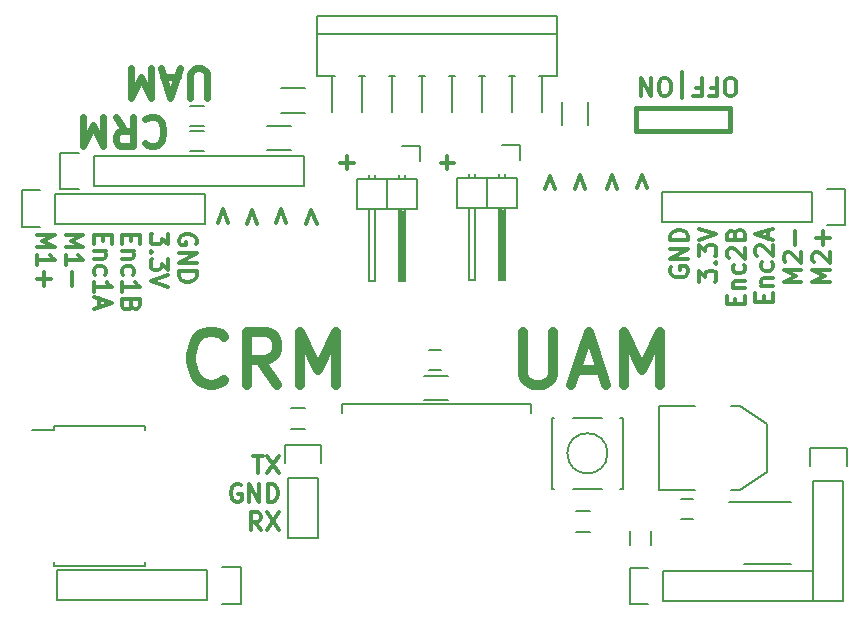
<source format=gbr>
G04 #@! TF.FileFunction,Legend,Top*
%FSLAX46Y46*%
G04 Gerber Fmt 4.6, Leading zero omitted, Abs format (unit mm)*
G04 Created by KiCad (PCBNEW 4.0.2+e4-6225~38~ubuntu15.10.1-stable) date mié 18 may 2016 16:41:09 CEST*
%MOMM*%
G01*
G04 APERTURE LIST*
%ADD10C,0.100000*%
%ADD11C,0.875000*%
%ADD12C,0.600000*%
%ADD13C,0.300000*%
%ADD14C,0.150000*%
%ADD15C,0.152400*%
%ADD16C,0.381000*%
G04 APERTURE END LIST*
D10*
D11*
X117357144Y-90507143D02*
X117142858Y-90721429D01*
X116500001Y-90935714D01*
X116071430Y-90935714D01*
X115428573Y-90721429D01*
X115000001Y-90292857D01*
X114785716Y-89864286D01*
X114571430Y-89007143D01*
X114571430Y-88364286D01*
X114785716Y-87507143D01*
X115000001Y-87078571D01*
X115428573Y-86650000D01*
X116071430Y-86435714D01*
X116500001Y-86435714D01*
X117142858Y-86650000D01*
X117357144Y-86864286D01*
X121857144Y-90935714D02*
X120357144Y-88792857D01*
X119285716Y-90935714D02*
X119285716Y-86435714D01*
X121000001Y-86435714D01*
X121428573Y-86650000D01*
X121642858Y-86864286D01*
X121857144Y-87292857D01*
X121857144Y-87935714D01*
X121642858Y-88364286D01*
X121428573Y-88578571D01*
X121000001Y-88792857D01*
X119285716Y-88792857D01*
X123785716Y-90935714D02*
X123785716Y-86435714D01*
X125285716Y-89650000D01*
X126785716Y-86435714D01*
X126785716Y-90935714D01*
X142642857Y-86435714D02*
X142642857Y-90078571D01*
X142857142Y-90507143D01*
X143071428Y-90721429D01*
X143499999Y-90935714D01*
X144357142Y-90935714D01*
X144785714Y-90721429D01*
X144999999Y-90507143D01*
X145214285Y-90078571D01*
X145214285Y-86435714D01*
X147142857Y-89650000D02*
X149285714Y-89650000D01*
X146714285Y-90935714D02*
X148214285Y-86435714D01*
X149714285Y-90935714D01*
X151214286Y-90935714D02*
X151214286Y-86435714D01*
X152714286Y-89650000D01*
X154214286Y-86435714D01*
X154214286Y-90935714D01*
D12*
X110666666Y-68457143D02*
X110785714Y-68338095D01*
X111142857Y-68219048D01*
X111380952Y-68219048D01*
X111738095Y-68338095D01*
X111976190Y-68576190D01*
X112095238Y-68814286D01*
X112214286Y-69290476D01*
X112214286Y-69647619D01*
X112095238Y-70123810D01*
X111976190Y-70361905D01*
X111738095Y-70600000D01*
X111380952Y-70719048D01*
X111142857Y-70719048D01*
X110785714Y-70600000D01*
X110666666Y-70480952D01*
X108166666Y-68219048D02*
X109000000Y-69409524D01*
X109595238Y-68219048D02*
X109595238Y-70719048D01*
X108642857Y-70719048D01*
X108404762Y-70600000D01*
X108285714Y-70480952D01*
X108166666Y-70242857D01*
X108166666Y-69885714D01*
X108285714Y-69647619D01*
X108404762Y-69528571D01*
X108642857Y-69409524D01*
X109595238Y-69409524D01*
X107095238Y-68219048D02*
X107095238Y-70719048D01*
X106261905Y-68933333D01*
X105428571Y-70719048D01*
X105428571Y-68219048D01*
X115904762Y-66619048D02*
X115904762Y-64595238D01*
X115785714Y-64357143D01*
X115666667Y-64238095D01*
X115428571Y-64119048D01*
X114952381Y-64119048D01*
X114714286Y-64238095D01*
X114595238Y-64357143D01*
X114476190Y-64595238D01*
X114476190Y-66619048D01*
X113404762Y-64833333D02*
X112214285Y-64833333D01*
X113642857Y-64119048D02*
X112809523Y-66619048D01*
X111976190Y-64119048D01*
X111142857Y-64119048D02*
X111142857Y-66619048D01*
X110309524Y-64833333D01*
X109476190Y-66619048D01*
X109476190Y-64119048D01*
D13*
X153171429Y-74271428D02*
X152742857Y-73128571D01*
X152314286Y-74271428D01*
X150621429Y-74321428D02*
X150192857Y-73178571D01*
X149764286Y-74321428D01*
X147921429Y-74321428D02*
X147492857Y-73178571D01*
X147064286Y-74321428D01*
X145371429Y-74371428D02*
X144942857Y-73228571D01*
X144514286Y-74371428D01*
X117671429Y-77221428D02*
X117242857Y-76078571D01*
X116814286Y-77221428D01*
X120171429Y-77271428D02*
X119742857Y-76128571D01*
X119314286Y-77271428D01*
X122621429Y-77221428D02*
X122192857Y-76078571D01*
X121764286Y-77221428D01*
X125171429Y-77271428D02*
X124742857Y-76128571D01*
X124314286Y-77271428D01*
X136821428Y-72107143D02*
X135678571Y-72107143D01*
X136250000Y-72678571D02*
X136250000Y-71535714D01*
X128321428Y-72107143D02*
X127178571Y-72107143D01*
X127750000Y-72678571D02*
X127750000Y-71535714D01*
X119771429Y-96928571D02*
X120628572Y-96928571D01*
X120200001Y-98428571D02*
X120200001Y-96928571D01*
X120985715Y-96928571D02*
X121985715Y-98428571D01*
X121985715Y-96928571D02*
X120985715Y-98428571D01*
X118771428Y-99400000D02*
X118628571Y-99328571D01*
X118414285Y-99328571D01*
X118200000Y-99400000D01*
X118057142Y-99542857D01*
X117985714Y-99685714D01*
X117914285Y-99971429D01*
X117914285Y-100185714D01*
X117985714Y-100471429D01*
X118057142Y-100614286D01*
X118200000Y-100757143D01*
X118414285Y-100828571D01*
X118557142Y-100828571D01*
X118771428Y-100757143D01*
X118842857Y-100685714D01*
X118842857Y-100185714D01*
X118557142Y-100185714D01*
X119485714Y-100828571D02*
X119485714Y-99328571D01*
X120342857Y-100828571D01*
X120342857Y-99328571D01*
X121057143Y-100828571D02*
X121057143Y-99328571D01*
X121414286Y-99328571D01*
X121628571Y-99400000D01*
X121771429Y-99542857D01*
X121842857Y-99685714D01*
X121914286Y-99971429D01*
X121914286Y-100185714D01*
X121842857Y-100471429D01*
X121771429Y-100614286D01*
X121628571Y-100757143D01*
X121414286Y-100828571D01*
X121057143Y-100828571D01*
X120485715Y-103228571D02*
X119985715Y-102514286D01*
X119628572Y-103228571D02*
X119628572Y-101728571D01*
X120200000Y-101728571D01*
X120342858Y-101800000D01*
X120414286Y-101871429D01*
X120485715Y-102014286D01*
X120485715Y-102228571D01*
X120414286Y-102371429D01*
X120342858Y-102442857D01*
X120200000Y-102514286D01*
X119628572Y-102514286D01*
X120985715Y-101728571D02*
X121985715Y-103228571D01*
X121985715Y-101728571D02*
X120985715Y-103228571D01*
X114950000Y-79042857D02*
X115021429Y-78900000D01*
X115021429Y-78685714D01*
X114950000Y-78471429D01*
X114807143Y-78328571D01*
X114664286Y-78257143D01*
X114378571Y-78185714D01*
X114164286Y-78185714D01*
X113878571Y-78257143D01*
X113735714Y-78328571D01*
X113592857Y-78471429D01*
X113521429Y-78685714D01*
X113521429Y-78828571D01*
X113592857Y-79042857D01*
X113664286Y-79114286D01*
X114164286Y-79114286D01*
X114164286Y-78828571D01*
X113521429Y-79757143D02*
X115021429Y-79757143D01*
X113521429Y-80614286D01*
X115021429Y-80614286D01*
X113521429Y-81328572D02*
X115021429Y-81328572D01*
X115021429Y-81685715D01*
X114950000Y-81900000D01*
X114807143Y-82042858D01*
X114664286Y-82114286D01*
X114378571Y-82185715D01*
X114164286Y-82185715D01*
X113878571Y-82114286D01*
X113735714Y-82042858D01*
X113592857Y-81900000D01*
X113521429Y-81685715D01*
X113521429Y-81328572D01*
X112621429Y-78114286D02*
X112621429Y-79042857D01*
X112050000Y-78542857D01*
X112050000Y-78757143D01*
X111978571Y-78900000D01*
X111907143Y-78971429D01*
X111764286Y-79042857D01*
X111407143Y-79042857D01*
X111264286Y-78971429D01*
X111192857Y-78900000D01*
X111121429Y-78757143D01*
X111121429Y-78328571D01*
X111192857Y-78185714D01*
X111264286Y-78114286D01*
X111264286Y-79685714D02*
X111192857Y-79757142D01*
X111121429Y-79685714D01*
X111192857Y-79614285D01*
X111264286Y-79685714D01*
X111121429Y-79685714D01*
X112621429Y-80257143D02*
X112621429Y-81185714D01*
X112050000Y-80685714D01*
X112050000Y-80900000D01*
X111978571Y-81042857D01*
X111907143Y-81114286D01*
X111764286Y-81185714D01*
X111407143Y-81185714D01*
X111264286Y-81114286D01*
X111192857Y-81042857D01*
X111121429Y-80900000D01*
X111121429Y-80471428D01*
X111192857Y-80328571D01*
X111264286Y-80257143D01*
X112621429Y-81614285D02*
X111121429Y-82114285D01*
X112621429Y-82614285D01*
X109507143Y-78257143D02*
X109507143Y-78757143D01*
X108721429Y-78971429D02*
X108721429Y-78257143D01*
X110221429Y-78257143D01*
X110221429Y-78971429D01*
X109721429Y-79614286D02*
X108721429Y-79614286D01*
X109578571Y-79614286D02*
X109650000Y-79685714D01*
X109721429Y-79828572D01*
X109721429Y-80042857D01*
X109650000Y-80185714D01*
X109507143Y-80257143D01*
X108721429Y-80257143D01*
X108792857Y-81614286D02*
X108721429Y-81471429D01*
X108721429Y-81185715D01*
X108792857Y-81042857D01*
X108864286Y-80971429D01*
X109007143Y-80900000D01*
X109435714Y-80900000D01*
X109578571Y-80971429D01*
X109650000Y-81042857D01*
X109721429Y-81185715D01*
X109721429Y-81471429D01*
X109650000Y-81614286D01*
X108721429Y-83042857D02*
X108721429Y-82185714D01*
X108721429Y-82614286D02*
X110221429Y-82614286D01*
X110007143Y-82471429D01*
X109864286Y-82328571D01*
X109792857Y-82185714D01*
X109507143Y-84185714D02*
X109435714Y-84400000D01*
X109364286Y-84471428D01*
X109221429Y-84542857D01*
X109007143Y-84542857D01*
X108864286Y-84471428D01*
X108792857Y-84400000D01*
X108721429Y-84257142D01*
X108721429Y-83685714D01*
X110221429Y-83685714D01*
X110221429Y-84185714D01*
X110150000Y-84328571D01*
X110078571Y-84400000D01*
X109935714Y-84471428D01*
X109792857Y-84471428D01*
X109650000Y-84400000D01*
X109578571Y-84328571D01*
X109507143Y-84185714D01*
X109507143Y-83685714D01*
X107107143Y-78257143D02*
X107107143Y-78757143D01*
X106321429Y-78971429D02*
X106321429Y-78257143D01*
X107821429Y-78257143D01*
X107821429Y-78971429D01*
X107321429Y-79614286D02*
X106321429Y-79614286D01*
X107178571Y-79614286D02*
X107250000Y-79685714D01*
X107321429Y-79828572D01*
X107321429Y-80042857D01*
X107250000Y-80185714D01*
X107107143Y-80257143D01*
X106321429Y-80257143D01*
X106392857Y-81614286D02*
X106321429Y-81471429D01*
X106321429Y-81185715D01*
X106392857Y-81042857D01*
X106464286Y-80971429D01*
X106607143Y-80900000D01*
X107035714Y-80900000D01*
X107178571Y-80971429D01*
X107250000Y-81042857D01*
X107321429Y-81185715D01*
X107321429Y-81471429D01*
X107250000Y-81614286D01*
X106321429Y-83042857D02*
X106321429Y-82185714D01*
X106321429Y-82614286D02*
X107821429Y-82614286D01*
X107607143Y-82471429D01*
X107464286Y-82328571D01*
X107392857Y-82185714D01*
X106750000Y-83614285D02*
X106750000Y-84328571D01*
X106321429Y-83471428D02*
X107821429Y-83971428D01*
X106321429Y-84471428D01*
X103921429Y-78257143D02*
X105421429Y-78257143D01*
X104350000Y-78757143D01*
X105421429Y-79257143D01*
X103921429Y-79257143D01*
X103921429Y-80757143D02*
X103921429Y-79900000D01*
X103921429Y-80328572D02*
X105421429Y-80328572D01*
X105207143Y-80185715D01*
X105064286Y-80042857D01*
X104992857Y-79900000D01*
X104492857Y-81400000D02*
X104492857Y-82542857D01*
X101521429Y-78257143D02*
X103021429Y-78257143D01*
X101950000Y-78757143D01*
X103021429Y-79257143D01*
X101521429Y-79257143D01*
X101521429Y-80757143D02*
X101521429Y-79900000D01*
X101521429Y-80328572D02*
X103021429Y-80328572D01*
X102807143Y-80185715D01*
X102664286Y-80042857D01*
X102592857Y-79900000D01*
X102092857Y-81400000D02*
X102092857Y-82542857D01*
X101521429Y-81971428D02*
X102664286Y-81971428D01*
X155200000Y-80978572D02*
X155128571Y-81121429D01*
X155128571Y-81335715D01*
X155200000Y-81550000D01*
X155342857Y-81692858D01*
X155485714Y-81764286D01*
X155771429Y-81835715D01*
X155985714Y-81835715D01*
X156271429Y-81764286D01*
X156414286Y-81692858D01*
X156557143Y-81550000D01*
X156628571Y-81335715D01*
X156628571Y-81192858D01*
X156557143Y-80978572D01*
X156485714Y-80907143D01*
X155985714Y-80907143D01*
X155985714Y-81192858D01*
X156628571Y-80264286D02*
X155128571Y-80264286D01*
X156628571Y-79407143D01*
X155128571Y-79407143D01*
X156628571Y-78692857D02*
X155128571Y-78692857D01*
X155128571Y-78335714D01*
X155200000Y-78121429D01*
X155342857Y-77978571D01*
X155485714Y-77907143D01*
X155771429Y-77835714D01*
X155985714Y-77835714D01*
X156271429Y-77907143D01*
X156414286Y-77978571D01*
X156557143Y-78121429D01*
X156628571Y-78335714D01*
X156628571Y-78692857D01*
X157528571Y-82192856D02*
X157528571Y-81264285D01*
X158100000Y-81764285D01*
X158100000Y-81549999D01*
X158171429Y-81407142D01*
X158242857Y-81335713D01*
X158385714Y-81264285D01*
X158742857Y-81264285D01*
X158885714Y-81335713D01*
X158957143Y-81407142D01*
X159028571Y-81549999D01*
X159028571Y-81978571D01*
X158957143Y-82121428D01*
X158885714Y-82192856D01*
X158885714Y-80621428D02*
X158957143Y-80550000D01*
X159028571Y-80621428D01*
X158957143Y-80692857D01*
X158885714Y-80621428D01*
X159028571Y-80621428D01*
X157528571Y-80049999D02*
X157528571Y-79121428D01*
X158100000Y-79621428D01*
X158100000Y-79407142D01*
X158171429Y-79264285D01*
X158242857Y-79192856D01*
X158385714Y-79121428D01*
X158742857Y-79121428D01*
X158885714Y-79192856D01*
X158957143Y-79264285D01*
X159028571Y-79407142D01*
X159028571Y-79835714D01*
X158957143Y-79978571D01*
X158885714Y-80049999D01*
X157528571Y-78692857D02*
X159028571Y-78192857D01*
X157528571Y-77692857D01*
X160642857Y-84121428D02*
X160642857Y-83621428D01*
X161428571Y-83407142D02*
X161428571Y-84121428D01*
X159928571Y-84121428D01*
X159928571Y-83407142D01*
X160428571Y-82764285D02*
X161428571Y-82764285D01*
X160571429Y-82764285D02*
X160500000Y-82692857D01*
X160428571Y-82549999D01*
X160428571Y-82335714D01*
X160500000Y-82192857D01*
X160642857Y-82121428D01*
X161428571Y-82121428D01*
X161357143Y-80764285D02*
X161428571Y-80907142D01*
X161428571Y-81192856D01*
X161357143Y-81335714D01*
X161285714Y-81407142D01*
X161142857Y-81478571D01*
X160714286Y-81478571D01*
X160571429Y-81407142D01*
X160500000Y-81335714D01*
X160428571Y-81192856D01*
X160428571Y-80907142D01*
X160500000Y-80764285D01*
X160071429Y-80192857D02*
X160000000Y-80121428D01*
X159928571Y-79978571D01*
X159928571Y-79621428D01*
X160000000Y-79478571D01*
X160071429Y-79407142D01*
X160214286Y-79335714D01*
X160357143Y-79335714D01*
X160571429Y-79407142D01*
X161428571Y-80264285D01*
X161428571Y-79335714D01*
X160642857Y-78192857D02*
X160714286Y-77978571D01*
X160785714Y-77907143D01*
X160928571Y-77835714D01*
X161142857Y-77835714D01*
X161285714Y-77907143D01*
X161357143Y-77978571D01*
X161428571Y-78121429D01*
X161428571Y-78692857D01*
X159928571Y-78692857D01*
X159928571Y-78192857D01*
X160000000Y-78050000D01*
X160071429Y-77978571D01*
X160214286Y-77907143D01*
X160357143Y-77907143D01*
X160500000Y-77978571D01*
X160571429Y-78050000D01*
X160642857Y-78192857D01*
X160642857Y-78692857D01*
X163042857Y-83907142D02*
X163042857Y-83407142D01*
X163828571Y-83192856D02*
X163828571Y-83907142D01*
X162328571Y-83907142D01*
X162328571Y-83192856D01*
X162828571Y-82549999D02*
X163828571Y-82549999D01*
X162971429Y-82549999D02*
X162900000Y-82478571D01*
X162828571Y-82335713D01*
X162828571Y-82121428D01*
X162900000Y-81978571D01*
X163042857Y-81907142D01*
X163828571Y-81907142D01*
X163757143Y-80549999D02*
X163828571Y-80692856D01*
X163828571Y-80978570D01*
X163757143Y-81121428D01*
X163685714Y-81192856D01*
X163542857Y-81264285D01*
X163114286Y-81264285D01*
X162971429Y-81192856D01*
X162900000Y-81121428D01*
X162828571Y-80978570D01*
X162828571Y-80692856D01*
X162900000Y-80549999D01*
X162471429Y-79978571D02*
X162400000Y-79907142D01*
X162328571Y-79764285D01*
X162328571Y-79407142D01*
X162400000Y-79264285D01*
X162471429Y-79192856D01*
X162614286Y-79121428D01*
X162757143Y-79121428D01*
X162971429Y-79192856D01*
X163828571Y-80049999D01*
X163828571Y-79121428D01*
X163400000Y-78550000D02*
X163400000Y-77835714D01*
X163828571Y-78692857D02*
X162328571Y-78192857D01*
X163828571Y-77692857D01*
X166228571Y-82192857D02*
X164728571Y-82192857D01*
X165800000Y-81692857D01*
X164728571Y-81192857D01*
X166228571Y-81192857D01*
X164871429Y-80550000D02*
X164800000Y-80478571D01*
X164728571Y-80335714D01*
X164728571Y-79978571D01*
X164800000Y-79835714D01*
X164871429Y-79764285D01*
X165014286Y-79692857D01*
X165157143Y-79692857D01*
X165371429Y-79764285D01*
X166228571Y-80621428D01*
X166228571Y-79692857D01*
X165657143Y-79050000D02*
X165657143Y-77907143D01*
X168628571Y-82192857D02*
X167128571Y-82192857D01*
X168200000Y-81692857D01*
X167128571Y-81192857D01*
X168628571Y-81192857D01*
X167271429Y-80550000D02*
X167200000Y-80478571D01*
X167128571Y-80335714D01*
X167128571Y-79978571D01*
X167200000Y-79835714D01*
X167271429Y-79764285D01*
X167414286Y-79692857D01*
X167557143Y-79692857D01*
X167771429Y-79764285D01*
X168628571Y-80621428D01*
X168628571Y-79692857D01*
X168057143Y-79050000D02*
X168057143Y-77907143D01*
X168628571Y-78478572D02*
X167485714Y-78478572D01*
X160364286Y-66471429D02*
X160078572Y-66471429D01*
X159935714Y-66400000D01*
X159792857Y-66257143D01*
X159721429Y-65971429D01*
X159721429Y-65471429D01*
X159792857Y-65185714D01*
X159935714Y-65042857D01*
X160078572Y-64971429D01*
X160364286Y-64971429D01*
X160507143Y-65042857D01*
X160650000Y-65185714D01*
X160721429Y-65471429D01*
X160721429Y-65971429D01*
X160650000Y-66257143D01*
X160507143Y-66400000D01*
X160364286Y-66471429D01*
X158578571Y-65757143D02*
X159078571Y-65757143D01*
X159078571Y-64971429D02*
X159078571Y-66471429D01*
X158364285Y-66471429D01*
X157292857Y-65757143D02*
X157792857Y-65757143D01*
X157792857Y-64971429D02*
X157792857Y-66471429D01*
X157078571Y-66471429D01*
X156150000Y-64471429D02*
X156150000Y-66614286D01*
X154792858Y-66471429D02*
X154507144Y-66471429D01*
X154364286Y-66400000D01*
X154221429Y-66257143D01*
X154150001Y-65971429D01*
X154150001Y-65471429D01*
X154221429Y-65185714D01*
X154364286Y-65042857D01*
X154507144Y-64971429D01*
X154792858Y-64971429D01*
X154935715Y-65042857D01*
X155078572Y-65185714D01*
X155150001Y-65471429D01*
X155150001Y-65971429D01*
X155078572Y-66257143D01*
X154935715Y-66400000D01*
X154792858Y-66471429D01*
X153507143Y-64971429D02*
X153507143Y-66471429D01*
X152650000Y-64971429D01*
X152650000Y-66471429D01*
D14*
X103020000Y-74730000D02*
X115720000Y-74730000D01*
X115720000Y-74730000D02*
X115720000Y-77270000D01*
X115720000Y-77270000D02*
X103020000Y-77270000D01*
X100200000Y-74450000D02*
X101750000Y-74450000D01*
X103020000Y-74730000D02*
X103020000Y-77270000D01*
X101750000Y-77550000D02*
X100200000Y-77550000D01*
X100200000Y-77550000D02*
X100200000Y-74450000D01*
X167132000Y-77152500D02*
X154432000Y-77152500D01*
X154432000Y-77152500D02*
X154432000Y-74612500D01*
X154432000Y-74612500D02*
X167132000Y-74612500D01*
X169952000Y-77432500D02*
X168402000Y-77432500D01*
X167132000Y-77152500D02*
X167132000Y-74612500D01*
X168402000Y-74332500D02*
X169952000Y-74332500D01*
X169952000Y-74332500D02*
X169952000Y-77432500D01*
X122758200Y-98806000D02*
X122758200Y-103886000D01*
X122758200Y-103886000D02*
X125298200Y-103886000D01*
X125298200Y-103886000D02*
X125298200Y-98806000D01*
X125578200Y-95986000D02*
X125578200Y-97536000D01*
X125298200Y-98806000D02*
X122758200Y-98806000D01*
X122478200Y-97536000D02*
X122478200Y-95986000D01*
X122478200Y-95986000D02*
X125578200Y-95986000D01*
X157251400Y-92735400D02*
X154203400Y-92735400D01*
X154203400Y-92735400D02*
X154203400Y-99847400D01*
X154203400Y-99847400D02*
X157251400Y-99847400D01*
X160299400Y-92735400D02*
X161061400Y-92735400D01*
X161061400Y-92735400D02*
X163347400Y-94259400D01*
X163347400Y-94259400D02*
X163347400Y-98323400D01*
X163347400Y-98323400D02*
X161061400Y-99847400D01*
X161061400Y-99847400D02*
X160299400Y-99847400D01*
D15*
X143357600Y-93345000D02*
X143357600Y-92583000D01*
X143357600Y-92583000D02*
X127355600Y-92583000D01*
X127355600Y-92583000D02*
X127355600Y-93345000D01*
D14*
X102932000Y-94380000D02*
X102932000Y-94725000D01*
X110682000Y-94380000D02*
X110682000Y-94725000D01*
X110682000Y-106280000D02*
X110682000Y-105935000D01*
X102932000Y-106280000D02*
X102932000Y-105935000D01*
X102932000Y-94380000D02*
X110682000Y-94380000D01*
X102932000Y-106280000D02*
X110682000Y-106280000D01*
X102932000Y-94725000D02*
X101107000Y-94725000D01*
X115925600Y-109169200D02*
X103225600Y-109169200D01*
X103225600Y-109169200D02*
X103225600Y-106629200D01*
X103225600Y-106629200D02*
X115925600Y-106629200D01*
X118745600Y-109449200D02*
X117195600Y-109449200D01*
X115925600Y-109169200D02*
X115925600Y-106629200D01*
X117195600Y-106349200D02*
X118745600Y-106349200D01*
X118745600Y-106349200D02*
X118745600Y-109449200D01*
X134305800Y-92236400D02*
X136305800Y-92236400D01*
X136305800Y-90186400D02*
X134305800Y-90186400D01*
X151107400Y-99723200D02*
X150907400Y-99723200D01*
X145107400Y-99723200D02*
X145307400Y-99723200D01*
X145107400Y-93723200D02*
X145307400Y-93723200D01*
X151107400Y-93723200D02*
X150907400Y-93723200D01*
X149307400Y-93723200D02*
X146907400Y-93723200D01*
X149307400Y-99723200D02*
X146907400Y-99723200D01*
X151107400Y-99723200D02*
X151107400Y-93723200D01*
X145107400Y-93723200D02*
X145107400Y-99723200D01*
X149807400Y-96723200D02*
G75*
G03X149807400Y-96723200I-1700000J0D01*
G01*
X144272000Y-67818000D02*
X144272000Y-64770000D01*
X141732000Y-67818000D02*
X141732000Y-64770000D01*
X139192000Y-67818000D02*
X139192000Y-64770000D01*
X136652000Y-67818000D02*
X136652000Y-64770000D01*
X134112000Y-67818000D02*
X134112000Y-64770000D01*
X131572000Y-67818000D02*
X131572000Y-64770000D01*
X129032000Y-67818000D02*
X129032000Y-64770000D01*
X126492000Y-67818000D02*
X126492000Y-64770000D01*
X145542000Y-61214000D02*
X125222000Y-61214000D01*
X125222000Y-59690000D02*
X125222000Y-64770000D01*
X125222000Y-64770000D02*
X126746000Y-64770000D01*
X129286000Y-64770000D02*
X128778000Y-64770000D01*
X131826000Y-64770000D02*
X131318000Y-64770000D01*
X134366000Y-64770000D02*
X133858000Y-64770000D01*
X136906000Y-64770000D02*
X136398000Y-64770000D01*
X139446000Y-64770000D02*
X138938000Y-64770000D01*
X141986000Y-64770000D02*
X141478000Y-64770000D01*
X125222000Y-59690000D02*
X145542000Y-59690000D01*
X145542000Y-59690000D02*
X145542000Y-64770000D01*
X145542000Y-64770000D02*
X144018000Y-64770000D01*
X122164600Y-65752400D02*
X124164600Y-65752400D01*
X124164600Y-67902400D02*
X122164600Y-67902400D01*
X145991000Y-68945000D02*
X145991000Y-66945000D01*
X148141000Y-66945000D02*
X148141000Y-68945000D01*
X135729600Y-87973800D02*
X134729600Y-87973800D01*
X134729600Y-89673800D02*
X135729600Y-89673800D01*
X147151800Y-101614000D02*
X148351800Y-101614000D01*
X148351800Y-103364000D02*
X147151800Y-103364000D01*
X151728200Y-104460600D02*
X151728200Y-103260600D01*
X153478200Y-103260600D02*
X153478200Y-104460600D01*
X124196400Y-94677200D02*
X122996400Y-94677200D01*
X122996400Y-92927200D02*
X124196400Y-92927200D01*
X157014800Y-100572200D02*
X156014800Y-100572200D01*
X156014800Y-102272200D02*
X157014800Y-102272200D01*
X120970800Y-71027400D02*
X122970800Y-71027400D01*
X122970800Y-68977400D02*
X120970800Y-68977400D01*
X161347400Y-106101700D02*
X165347400Y-106101700D01*
X160072400Y-100806700D02*
X165347400Y-100806700D01*
X114436600Y-67298600D02*
X115636600Y-67298600D01*
X115636600Y-69048600D02*
X114436600Y-69048600D01*
X114436600Y-69406800D02*
X115636600Y-69406800D01*
X115636600Y-71156800D02*
X114436600Y-71156800D01*
X142418400Y-70607400D02*
X140868400Y-70607400D01*
X142418400Y-71907400D02*
X142418400Y-70607400D01*
X140995400Y-76098400D02*
X140995400Y-81940400D01*
X140995400Y-81940400D02*
X140741400Y-81940400D01*
X140741400Y-81940400D02*
X140741400Y-76098400D01*
X140741400Y-76098400D02*
X140868400Y-76098400D01*
X140868400Y-76098400D02*
X140868400Y-81940400D01*
X141122400Y-73431400D02*
X141122400Y-73050400D01*
X140614400Y-73431400D02*
X140614400Y-73050400D01*
X138582400Y-73431400D02*
X138582400Y-73050400D01*
X138074400Y-73431400D02*
X138074400Y-73050400D01*
X142138400Y-73431400D02*
X142138400Y-75971400D01*
X139598400Y-73431400D02*
X139598400Y-75971400D01*
X139598400Y-73431400D02*
X137058400Y-73431400D01*
X137058400Y-73431400D02*
X137058400Y-75971400D01*
X138582400Y-75971400D02*
X138582400Y-82067400D01*
X138582400Y-82067400D02*
X138074400Y-82067400D01*
X138074400Y-82067400D02*
X138074400Y-75971400D01*
X137058400Y-75971400D02*
X139598400Y-75971400D01*
X139598400Y-75971400D02*
X142138400Y-75971400D01*
X140614400Y-82067400D02*
X140614400Y-75971400D01*
X141122400Y-82067400D02*
X140614400Y-82067400D01*
X141122400Y-75971400D02*
X141122400Y-82067400D01*
X139598400Y-73431400D02*
X139598400Y-75971400D01*
X142138400Y-73431400D02*
X139598400Y-73431400D01*
X133934800Y-70683600D02*
X132384800Y-70683600D01*
X133934800Y-71983600D02*
X133934800Y-70683600D01*
X132511800Y-76174600D02*
X132511800Y-82016600D01*
X132511800Y-82016600D02*
X132257800Y-82016600D01*
X132257800Y-82016600D02*
X132257800Y-76174600D01*
X132257800Y-76174600D02*
X132384800Y-76174600D01*
X132384800Y-76174600D02*
X132384800Y-82016600D01*
X132638800Y-73507600D02*
X132638800Y-73126600D01*
X132130800Y-73507600D02*
X132130800Y-73126600D01*
X130098800Y-73507600D02*
X130098800Y-73126600D01*
X129590800Y-73507600D02*
X129590800Y-73126600D01*
X133654800Y-73507600D02*
X133654800Y-76047600D01*
X131114800Y-73507600D02*
X131114800Y-76047600D01*
X131114800Y-73507600D02*
X128574800Y-73507600D01*
X128574800Y-73507600D02*
X128574800Y-76047600D01*
X130098800Y-76047600D02*
X130098800Y-82143600D01*
X130098800Y-82143600D02*
X129590800Y-82143600D01*
X129590800Y-82143600D02*
X129590800Y-76047600D01*
X128574800Y-76047600D02*
X131114800Y-76047600D01*
X131114800Y-76047600D02*
X133654800Y-76047600D01*
X132130800Y-82143600D02*
X132130800Y-76047600D01*
X132638800Y-82143600D02*
X132130800Y-82143600D01*
X132638800Y-76047600D02*
X132638800Y-82143600D01*
X131114800Y-73507600D02*
X131114800Y-76047600D01*
X133654800Y-73507600D02*
X131114800Y-73507600D01*
X154517400Y-106692000D02*
X167217400Y-106692000D01*
X167217400Y-106692000D02*
X167217400Y-109232000D01*
X167217400Y-109232000D02*
X154517400Y-109232000D01*
X151697400Y-106412000D02*
X153247400Y-106412000D01*
X154517400Y-106692000D02*
X154517400Y-109232000D01*
X153247400Y-109512000D02*
X151697400Y-109512000D01*
X151697400Y-109512000D02*
X151697400Y-106412000D01*
X106299000Y-74091800D02*
X124079000Y-74091800D01*
X124079000Y-74091800D02*
X124079000Y-71551800D01*
X124079000Y-71551800D02*
X106299000Y-71551800D01*
X103479000Y-74371800D02*
X105029000Y-74371800D01*
X106299000Y-74091800D02*
X106299000Y-71551800D01*
X105029000Y-71271800D02*
X103479000Y-71271800D01*
X103479000Y-71271800D02*
X103479000Y-74371800D01*
D16*
X160210000Y-67453000D02*
X152210000Y-67453000D01*
X160210000Y-67453000D02*
X160210000Y-69453000D01*
X160210000Y-69453000D02*
X152210000Y-69453000D01*
X152210000Y-69453000D02*
X152210000Y-67453000D01*
D14*
X166950000Y-97800000D02*
X166950000Y-96250000D01*
X166950000Y-96250000D02*
X170050000Y-96250000D01*
X170050000Y-96250000D02*
X170050000Y-97800000D01*
X169770000Y-99070000D02*
X169770000Y-109230000D01*
X169770000Y-109230000D02*
X167230000Y-109230000D01*
X167230000Y-109230000D02*
X167230000Y-99070000D01*
X169770000Y-99070000D02*
X167230000Y-99070000D01*
M02*

</source>
